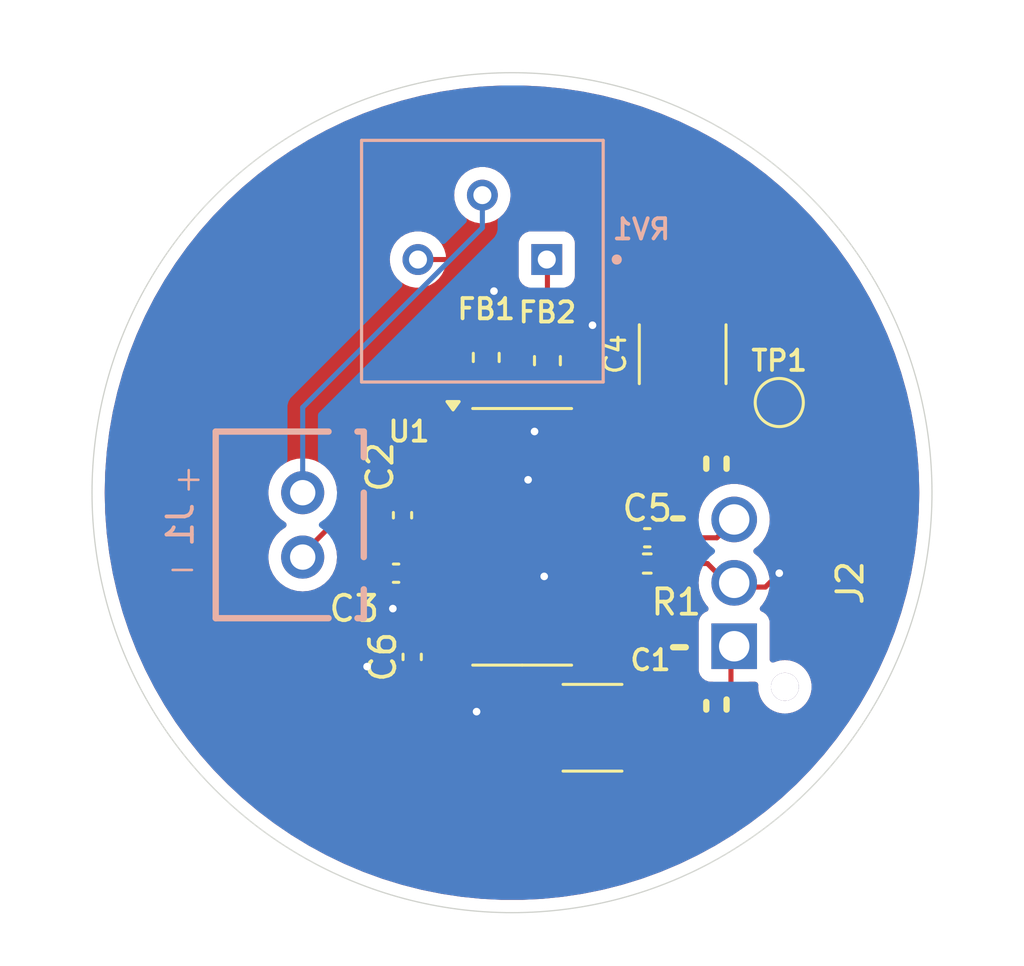
<source format=kicad_pcb>
(kicad_pcb (version 20240108) (generator "pcbnew") (generator_version "8.0")
  (layers (0 "F.Cu" signal) (31 "B.Cu" signal) (34 "B.Paste" user) (35 "F.Paste" user) (36 "B.SilkS" user "B.Silkscreen") (37 "F.SilkS" user "F.Silkscreen") (38 "B.Mask" user) (39 "F.Mask" user) (44 "Edge.Cuts" user))
  (net 0 "")
  (net 1 "GND")
  (net 2 "+5V")
  (net 3 "/inR")
  (net 4 "Net-(U1-INR)")
  (net 5 "Net-(U1-VREF)")
  (net 6 "Net-(J1-Pin_1)")
  (net 7 "Net-(U1--OUT_R)")
  (net 8 "Net-(U1-+OUT_R)")
  (net 9 "Net-(FB2-Pad1)")
  (net 10 "Net-(J1-Pin_2)")
  (footprint "TestPoint:TestPoint_Pad_D1.5mm" (layer "F.Cu") (at 127.762 96.774)
    (property "Reference" "TP1" (at 0 -1.648 0) (layer "F.SilkS") (effects (font (size 0.8 0.8))))
    (property "Value" "TestPoint")
    (fp_circle (center 0 0) (end 0 0.95) (stroke (width 0.12)) (fill none) (layer "F.SilkS"))
    (pad "1" smd circle (at 0 0) (size 1.5 1.5) (layers "F.Cu" "F.Mask") (net 2 "+5V"))
  )
  (footprint "Capacitor_SMD:C_0402_1005Metric" (layer "F.Cu") (at 122.555 102.108)
    (property "Reference" "C5" (at 0 -1.16 0) (layer "F.SilkS"))
    (property "Value" "0.1uF")
    (fp_line (start -0.107836 -0.36) (end 0.107836 -0.36) (stroke (width 0.12)) (layer "F.SilkS"))
    (fp_line (start -0.107836 0.36) (end 0.107836 0.36) (stroke (width 0.12)) (layer "F.SilkS"))
    (pad "1" smd roundrect (at -0.48 0) (size 0.56 0.62) (layers "F.Cu" "F.Paste" "F.Mask") (net 4 "Net-(U1-INR)"))
    (pad "2" smd roundrect (at 0.48 0) (size 0.56 0.62) (layers "F.Cu" "F.Paste" "F.Mask") (net 3 "/inR"))
  )
  (footprint "Resistor_SMD:R_0402_1005Metric" (layer "F.Cu") (at 122.555 103.124 180)
    (property "Reference" "R1" (at -1.143 -1.524 180) (layer "F.SilkS"))
    (property "Value" "10k")
    (fp_line (start -0.153641 0.38) (end 0.153641 0.38) (stroke (width 0.12)) (layer "F.SilkS"))
    (fp_line (start -0.153641 -0.38) (end 0.153641 -0.38) (stroke (width 0.12)) (layer "F.SilkS"))
    (pad "1" smd roundrect (at -0.51 0 180) (size 0.54 0.64) (layers "F.Cu" "F.Paste" "F.Mask") (net 1 "GND"))
    (pad "2" smd roundrect (at 0.51 0 180) (size 0.54 0.64) (layers "F.Cu" "F.Paste" "F.Mask") (net 4 "Net-(U1-INR)"))
  )
  (footprint "Capacitor_SMD:C_0402_1005Metric" (layer "F.Cu") (at 112.903 101.219 -90)
    (property "Reference" "C2" (at -1.905 0.889 -90) (layer "F.SilkS"))
    (property "Value" "1uF")
    (fp_line (start -0.107836 0.36) (end 0.107836 0.36) (stroke (width 0.12)) (layer "F.SilkS"))
    (fp_line (start -0.107836 -0.36) (end 0.107836 -0.36) (stroke (width 0.12)) (layer "F.SilkS"))
    (pad "1" smd roundrect (at -0.48 0 270) (size 0.56 0.62) (layers "F.Cu" "F.Paste" "F.Mask") (net 1 "GND"))
    (pad "2" smd roundrect (at 0.48 0 270) (size 0.56 0.62) (layers "F.Cu" "F.Paste" "F.Mask") (net 2 "+5V"))
  )
  (footprint "Capacitor_SMD:C_1812_4532Metric" (layer "F.Cu") (at 120.396 109.601 180)
    (property "Reference" "C1" (at -2.286 2.667 0) (layer "F.SilkS") (effects (font (size 0.8 0.8))))
    (property "Value" "20uF")
    (fp_line (start -1.161252 1.71) (end 1.161252 1.71) (stroke (width 0.12)) (layer "F.SilkS"))
    (fp_line (start -1.161252 -1.71) (end 1.161252 -1.71) (stroke (width 0.12)) (layer "F.SilkS"))
    (pad "1" smd roundrect (at -2.05 0 180) (size 1.4 3.4) (layers "F.Cu" "F.Paste" "F.Mask") (roundrect_rratio 0.178571) (net 2 "+5V"))
    (pad "2" smd roundrect (at 2.05 0 180) (size 1.4 3.4) (layers "F.Cu" "F.Paste" "F.Mask") (roundrect_rratio 0.178571) (net 1 "GND"))
  )
  (footprint "Inductor_SMD:L_0603_1608Metric" (layer "F.Cu") (at 116.205 94.996 90)
    (property "Reference" "FB1" (at 1.905 0 180) (layer "F.SilkS") (effects (font (size 0.8 0.8))))
    (property "Value" "FerriteBead")
    (fp_line (start -0.162779 -0.51) (end 0.162779 -0.51) (stroke (width 0.12)) (layer "F.SilkS"))
    (fp_line (start -0.162779 0.51) (end 0.162779 0.51) (stroke (width 0.12)) (layer "F.SilkS"))
    (pad "1" smd roundrect (at -0.7875 0 90) (size 0.875 0.95) (layers "F.Cu" "F.Paste" "F.Mask") (net 7 "Net-(U1--OUT_R)"))
    (pad "2" smd roundrect (at 0.7875 0 90) (size 0.875 0.95) (layers "F.Cu" "F.Paste" "F.Mask") (net 6 "Net-(J1-Pin_1)"))
  )
  (footprint "Capacitor_SMD:C_0402_1005Metric" (layer "F.Cu") (at 112.649 103.505)
    (property "Reference" "C3" (at -1.651 1.397 0) (layer "F.SilkS"))
    (property "Value" "1uF")
    (fp_line (start -0.107836 -0.36) (end 0.107836 -0.36) (stroke (width 0.12)) (layer "F.SilkS"))
    (fp_line (start -0.107836 0.36) (end 0.107836 0.36) (stroke (width 0.12)) (layer "F.SilkS"))
    (pad "1" smd roundrect (at -0.48 0) (size 0.56 0.62) (layers "F.Cu" "F.Paste" "F.Mask") (net 1 "GND"))
    (pad "2" smd roundrect (at 0.48 0) (size 0.56 0.62) (layers "F.Cu" "F.Paste" "F.Mask") (net 2 "+5V"))
  )
  (footprint "Capacitor_SMD:C_1812_4532Metric" (layer "F.Cu") (at 123.952 94.869 90)
    (property "Reference" "C4" (at 0 -2.65 90) (layer "F.SilkS") (effects (font (size 0.8 0.8) (thickness 0.125))))
    (property "Value" "20uF")
    (fp_line (start -1.161252 -1.71) (end 1.161252 -1.71) (stroke (width 0.12)) (layer "F.SilkS"))
    (fp_line (start -1.161252 1.71) (end 1.161252 1.71) (stroke (width 0.12)) (layer "F.SilkS"))
    (pad "1" smd roundrect (at -2.05 0 90) (size 1.4 3.4) (layers "F.Cu" "F.Paste" "F.Mask") (roundrect_rratio 0.178571) (net 2 "+5V"))
    (pad "2" smd roundrect (at 2.05 0 90) (size 1.4 3.4) (layers "F.Cu" "F.Paste" "F.Mask") (roundrect_rratio 0.178571) (net 1 "GND"))
  )
  (footprint "Inductor_SMD:L_0603_1608Metric" (layer "F.Cu") (at 118.618 95.123 -90)
    (property "Reference" "FB2" (at -1.905 0 180) (layer "F.SilkS") (effects (font (size 0.8 0.8))))
    (property "Value" "FerriteBead")
    (fp_line (start -0.162779 0.51) (end 0.162779 0.51) (stroke (width 0.12)) (layer "F.SilkS"))
    (fp_line (start -0.162779 -0.51) (end 0.162779 -0.51) (stroke (width 0.12)) (layer "F.SilkS"))
    (pad "1" smd roundrect (at -0.7875 0 270) (size 0.875 0.95) (layers "F.Cu" "F.Paste" "F.Mask") (net 9 "Net-(FB2-Pad1)"))
    (pad "2" smd roundrect (at 0.7875 0 270) (size 0.875 0.95) (layers "F.Cu" "F.Paste" "F.Mask") (net 8 "Net-(U1-+OUT_R)"))
  )
  (footprint "Capacitor_SMD:C_0402_1005Metric" (layer "F.Cu") (at 113.284 106.807 90)
    (property "Reference" "C6" (at 0 -1.16 90) (layer "F.SilkS"))
    (property "Value" "1uF")
    (fp_line (start -0.107836 -0.36) (end 0.107836 -0.36) (stroke (width 0.12)) (layer "F.SilkS"))
    (fp_line (start -0.107836 0.36) (end 0.107836 0.36) (stroke (width 0.12)) (layer "F.SilkS"))
    (pad "1" smd roundrect (at -0.48 0 90) (size 0.56 0.62) (layers "F.Cu" "F.Paste" "F.Mask") (net 1 "GND"))
    (pad "2" smd roundrect (at 0.48 0 90) (size 0.56 0.62) (layers "F.Cu" "F.Paste" "F.Mask") (net 5 "Net-(U1-VREF)"))
  )
  (footprint "easyeda2kicad:CONN-TH_3P-P2.50_B3B-XH-AM-LF-SN" (layer "F.Cu") (at 125.984 103.886 90)
    (property "Reference" "J2" (at 0 4.572 90) (layer "F.SilkS"))
    (property "Value" "Conn_01x03_Socket")
    (fp_line (start 2.54 -2.03) (end 2.54 -2.41) (stroke (width 0.25)) (layer "F.SilkS"))
    (fp_line (start -2.54 -1.91) (end -2.54 -2.41) (stroke (width 0.25)) (layer "F.SilkS"))
    (fp_line (start 4.5 -1.1) (end 4.9 -1.1) (stroke (width 0.25)) (layer "F.SilkS"))
    (fp_line (start -5 -1.1) (end -4.7 -1.1) (stroke (width 0.25)) (layer "F.SilkS"))
    (fp_line (start 4.5 -0.3) (end 4.9 -0.3) (stroke (width 0.25)) (layer "F.SilkS"))
    (fp_line (start -5 -0.3) (end -4.6 -0.3) (stroke (width 0.25)) (layer "F.SilkS"))
    (pad "" thru_hole circle (at -4.1 2 90) (size 1.1 1.1) (drill 1.1) (layers "*.Cu" "*.Mask"))
    (pad "1" thru_hole rect (at -2.5 0 270) (size 1.8 1.8) (drill 1.199998) (layers "*.Cu" "*.Mask") (net 2 "+5V"))
    (pad "2" thru_hole circle (at 0 0 270) (size 1.8 1.8) (drill 1.199998) (layers "*.Cu" "*.Mask") (net 1 "GND"))
    (pad "3" thru_hole circle (at 2.5 0 270) (size 1.8 1.8) (drill 1.199998) (layers "*.Cu" "*.Mask") (net 3 "/inR"))
  )
  (footprint "Package_SO:SOP-16_3.9x9.9mm_P1.27mm" (layer "F.Cu") (at 117.6215 102.071)
    (property "Reference" "U1" (at -4.4645 -4.154 0) (layer "F.SilkS") (effects (font (size 0.8 0.8))))
    (property "Value" "PAM8406D")
    (fp_line (start 0 -5.06) (end -1.95 -5.06) (stroke (width 0.12)) (layer "F.SilkS"))
    (fp_line (start 0 -5.06) (end 1.95 -5.06) (stroke (width 0.12)) (layer "F.SilkS"))
    (fp_line (start 0 5.06) (end -1.95 5.06) (stroke (width 0.12)) (layer "F.SilkS"))
    (fp_line (start 0 5.06) (end 1.95 5.06) (stroke (width 0.12)) (layer "F.SilkS"))
    (fp_poly (pts (xy -2.725 -5.005) (xy -2.965 -5.335) (xy -2.485 -5.335) (xy -2.725 -5.005)) (stroke (width 0.12)) (fill solid) (layer "F.SilkS"))
    (pad "1" smd roundrect (at -2.5 -4.445) (size 2 0.6) (layers "F.Cu" "F.Paste" "F.Mask"))
    (pad "2" smd roundrect (at -2.5 -3.175) (size 2 0.6) (layers "F.Cu" "F.Paste" "F.Mask") (net 1 "GND"))
    (pad "3" smd roundrect (at -2.5 -1.905) (size 2 0.6) (layers "F.Cu" "F.Paste" "F.Mask"))
    (pad "4" smd roundrect (at -2.5 -0.635) (size 2 0.6) (layers "F.Cu" "F.Paste" "F.Mask") (net 2 "+5V"))
    (pad "5" smd roundrect (at -2.5 0.635) (size 2 0.6) (layers "F.Cu" "F.Paste" "F.Mask"))
    (pad "6" smd roundrect (at -2.5 1.905) (size 2 0.6) (layers "F.Cu" "F.Paste" "F.Mask") (net 2 "+5V"))
    (pad "7" smd roundrect (at -2.5 3.175) (size 2 0.6) (layers "F.Cu" "F.Paste" "F.Mask"))
    (pad "8" smd roundrect (at -2.5 4.445) (size 2 0.6) (layers "F.Cu" "F.Paste" "F.Mask") (net 5 "Net-(U1-VREF)"))
    (pad "9" smd roundrect (at 2.5 4.445) (size 2 0.6) (layers "F.Cu" "F.Paste" "F.Mask") (net 2 "+5V"))
    (pad "10" smd roundrect (at 2.5 3.175) (size 2 0.6) (layers "F.Cu" "F.Paste" "F.Mask") (net 4 "Net-(U1-INR)"))
    (pad "11" smd roundrect (at 2.5 1.905) (size 2 0.6) (layers "F.Cu" "F.Paste" "F.Mask") (net 1 "GND"))
    (pad "12" smd roundrect (at 2.5 0.635) (size 2 0.6) (layers "F.Cu" "F.Paste" "F.Mask"))
    (pad "13" smd roundrect (at 2.5 -0.635) (size 2 0.6) (layers "F.Cu" "F.Paste" "F.Mask") (net 2 "+5V"))
    (pad "14" smd roundrect (at 2.5 -1.905) (size 2 0.6) (layers "F.Cu" "F.Paste" "F.Mask") (net 7 "Net-(U1--OUT_R)"))
    (pad "15" smd roundrect (at 2.5 -3.175) (size 2 0.6) (layers "F.Cu" "F.Paste" "F.Mask") (net 1 "GND"))
    (pad "16" smd roundrect (at 2.5 -4.445) (size 2 0.6) (layers "F.Cu" "F.Paste" "F.Mask") (net 8 "Net-(U1-+OUT_R)"))
  )
  (footprint "easyeda2kicad:CONN-TH_B2B-XH-A-LF-SN" (layer "B.Cu") (at 108.966 101.6 -90)
    (property "Reference" "J1" (at 0 4.826 90) (layer "B.SilkS") (effects (justify mirror)))
    (property "Value" "Conn_01x02_Socket")
    (fp_line (start -3.68 3.43) (end -3.68 -1.02) (stroke (width 0.25)) (layer "B.SilkS"))
    (fp_line (start 3.68 3.43) (end -3.68 3.43) (stroke (width 0.25)) (layer "B.SilkS"))
    (fp_line (start 3.68 -1.02) (end 3.68 3.43) (stroke (width 0.25)) (layer "B.SilkS"))
    (fp_line (start -3.68 -2.16) (end -3.68 -2.41) (stroke (width 0.25)) (layer "B.SilkS"))
    (fp_line (start 3.68 -2.16) (end 3.68 -2.41) (stroke (width 0.25)) (layer "B.SilkS"))
    (fp_line (start -2.67 -2.41) (end -3.68 -2.41) (stroke (width 0.25)) (layer "B.SilkS"))
    (fp_line (start 1.27 -2.41) (end -1.27 -2.41) (stroke (width 0.25)) (layer "B.SilkS"))
    (fp_line (start 2.54 -2.41) (end 3.68 -2.41) (stroke (width 0.25)) (layer "B.SilkS"))
    (pad "1" thru_hole circle (at 1.27 0 90) (size 1.7 1.7) (drill 0.999998) (layers "*.Cu" "*.Mask") (net 6 "Net-(J1-Pin_1)"))
    (pad "2" thru_hole circle (at -1.27 0 90) (size 1.7 1.7) (drill 0.999998) (layers "*.Cu" "*.Mask") (net 10 "Net-(J1-Pin_2)"))
  )
  (footprint "3310P_025_103L:POT_3310P-025-103L" (layer "B.Cu") (at 116.0526 91.1352 180)
    (property "Reference" "RV1" (at -6.2738 1.1938 0) (layer "B.SilkS") (effects (font (size 0.8 0.8)) (justify mirror)))
    (property "Value" "10k")
    (fp_line (start 4.765 4.7) (end -4.765 4.7) (stroke (width 0.127)) (layer "B.SilkS"))
    (fp_line (start 4.765 -4.83) (end 4.765 4.7) (stroke (width 0.127)) (layer "B.SilkS"))
    (fp_line (start -4.765 4.7) (end -4.765 -4.83) (stroke (width 0.127)) (layer "B.SilkS"))
    (fp_line (start -4.765 -4.83) (end 4.765 -4.83) (stroke (width 0.127)) (layer "B.SilkS"))
    (fp_circle (center -5.3 0) (end -5.2 0) (stroke (width 0.2)) (fill none) (layer "B.SilkS"))
    (pad "1" thru_hole rect (at -2.54 0 180) (size 1.218 1.218) (drill 0.71) (layers "*.Cu" "*.Mask") (net 9 "Net-(FB2-Pad1)"))
    (pad "2" thru_hole circle (at 0 2.54 180) (size 1.218 1.218) (drill 0.71) (layers "*.Cu" "*.Mask") (net 10 "Net-(J1-Pin_2)"))
    (pad "3" thru_hole circle (at 2.54 0 180) (size 1.218 1.218) (drill 0.71) (layers "*.Cu" "*.Mask") (net 1 "GND"))
  )
  (gr_circle (center 117.221 100.33) (end 116.8908 83.7692) (stroke (width 0.05)) (fill none) (layer "Edge.Cuts"))
  (gr_text "-" (at 104.902 103.886 0) (layer "B.SilkS") (effects (font (size 1 1) (thickness 0.1)) (justify left bottom mirror)))
  (gr_text "+\n" (at 105.156 100.33 0) (layer "B.SilkS") (effects (font (size 1 1) (thickness 0.1)) (justify left bottom mirror)))
  (segment (start 113.5126 91.1352) (end 115.2652 91.1352) (width 0.2) (layer "F.Cu") (net 1))
  (segment (start 115.1215 98.896) (end 113.956 98.896) (width 0.2) (layer "F.Cu") (net 1))
  (segment (start 124.928 103.124) (end 123.065 103.124) (width 0.2) (layer "F.Cu") (net 1))
  (segment (start 112.169 104.549) (end 112.522 104.902) (width 0.2) (layer "F.Cu") (net 1))
  (segment (start 125.857 104.053) (end 127.214 104.053) (width 0.2) (layer "F.Cu") (net 1))
  (segment (start 115.1215 98.896) (end 116.93 98.896) (width 0.2) (layer "F.Cu") (net 1))
  (segment (start 124.928 103.124) (end 125.857 104.053) (width 0.2) (layer "F.Cu") (net 1))
  (segment (start 118.346 109.601) (end 116.459 109.601) (width 0.2) (layer "F.Cu") (net 1))
  (segment (start 112.903 99.949) (end 113.411 99.441) (width 0.2) (layer "F.Cu") (net 1))
  (segment (start 116.459 109.601) (end 115.824 108.966) (width 0.2) (layer "F.Cu") (net 1))
  (segment (start 127.214 104.053) (end 127.762 103.505) (width 0.2) (layer "F.Cu") (net 1))
  (segment (start 112.169 103.505) (end 112.169 104.549) (width 0.2) (layer "F.Cu") (net 1))
  (segment (start 113.284 107.287) (end 111.605 107.287) (width 0.2) (layer "F.Cu") (net 1))
  (segment (start 118.835 103.976) (end 118.491 103.632) (width 0.2) (layer "F.Cu") (net 1))
  (segment (start 120.1215 103.976) (end 118.835 103.976) (width 0.2) (layer "F.Cu") (net 1))
  (segment (start 123.952 92.819) (end 121.303 92.819) (width 0.2) (layer "F.Cu") (net 1))
  (segment (start 121.303 92.819) (end 120.396 93.726) (width 0.2) (layer "F.Cu") (net 1))
  (segment (start 113.284 107.127) (end 113.284 107.315) (width 0.2) (layer "F.Cu") (net 1))
  (segment (start 116.93 98.896) (end 117.856 99.822) (width 0.2) (layer "F.Cu") (net 1))
  (segment (start 115.2652 91.1352) (end 116.5098 92.3798) (width 0.2) (layer "F.Cu") (net 1))
  (segment (start 111.605 107.287) (end 111.506 107.188) (width 0.2) (layer "F.Cu") (net 1))
  (segment (start 119.089 98.896) (end 118.11 97.917) (width 0.2) (layer "F.Cu") (net 1))
  (segment (start 120.1215 98.896) (end 119.089 98.896) (width 0.2) (layer "F.Cu") (net 1))
  (segment (start 113.956 98.896) (end 113.411 99.441) (width 0.2) (layer "F.Cu") (net 1))
  (segment (start 112.903 100.739) (end 112.903 99.949) (width 0.2) (layer "F.Cu") (net 1))
  (via (at 116.5098 92.3798) (size 0.6) (drill 0.3) (layers "F.Cu" "B.Cu") (net 1))
  (via (at 111.506 107.188) (size 0.6) (drill 0.3) (layers "F.Cu" "B.Cu") (net 1))
  (via (at 118.11 97.917) (size 0.6) (drill 0.3) (layers "F.Cu" "B.Cu") (net 1))
  (via (at 118.491 103.632) (size 0.6) (drill 0.3) (layers "F.Cu" "B.Cu") (net 1))
  (via (at 117.856 99.822) (size 0.6) (drill 0.3) (layers "F.Cu" "B.Cu") (net 1))
  (via (at 112.522 104.902) (size 0.6) (drill 0.3) (layers "F.Cu" "B.Cu") (net 1))
  (via (at 127.762 103.505) (size 0.6) (drill 0.3) (layers "F.Cu" "B.Cu") (net 1))
  (via (at 120.396 93.726) (size 0.6) (drill 0.3) (layers "F.Cu" "B.Cu") (net 1))
  (via (at 115.824 108.966) (size 0.6) (drill 0.3) (layers "F.Cu" "B.Cu") (net 1))
  (segment (start 123.952 98.605499) (end 121.121499 101.436) (width 0.2) (layer "F.Cu") (net 2))
  (segment (start 121.121499 101.436) (end 120.1215 101.436) (width 0.2) (layer "F.Cu") (net 2))
  (segment (start 113.129 103.505) (end 114.6505 103.505) (width 0.2) (layer "F.Cu") (net 2))
  (segment (start 122.446 109.601) (end 124.587 109.601) (width 0.2) (layer "F.Cu") (net 2))
  (segment (start 113.166 101.436) (end 112.903 101.699) (width 0.2) (layer "F.Cu") (net 2))
  (segment (start 115.492052 103.976) (end 115.1215 103.976) (width 0.2) (layer "F.Cu") (net 2))
  (segment (start 115.1215 101.436) (end 113.166 101.436) (width 0.2) (layer "F.Cu") (net 2))
  (segment (start 124.587 109.601) (end 125.857 108.331) (width 0.2) (layer "F.Cu") (net 2))
  (segment (start 124.097 96.774) (end 123.952 96.919) (width 0.2) (layer "F.Cu") (net 2))
  (segment (start 121.158 109.601) (end 122.446 109.601) (width 0.2) (layer "F.Cu") (net 2))
  (segment (start 120.777 107.1715) (end 120.777 109.22) (width 0.2) (layer "F.Cu") (net 2))
  (segment (start 115.1215 101.436) (end 120.1215 101.436) (width 0.2) (layer "F.Cu") (net 2))
  (segment (start 120.1215 106.516) (end 118.032052 106.516) (width 0.2) (layer "F.Cu") (net 2))
  (segment (start 127.762 96.774) (end 124.097 96.774) (width 0.2) (layer "F.Cu") (net 2))
  (segment (start 120.777 109.22) (end 121.158 109.601) (width 0.2) (layer "F.Cu") (net 2))
  (segment (start 118.032052 106.516) (end 115.492052 103.976) (width 0.2) (layer "F.Cu") (net 2))
  (segment (start 120.1215 106.516) (end 120.777 107.1715) (width 0.2) (layer "F.Cu") (net 2))
  (segment (start 123.952 96.919) (end 123.952 98.605499) (width 0.2) (layer "F.Cu") (net 2))
  (segment (start 112.903 101.699) (end 112.903 103.279) (width 0.2) (layer "F.Cu") (net 2))
  (segment (start 125.857 108.331) (end 125.857 106.553) (width 0.2) (layer "F.Cu") (net 2))
  (segment (start 112.903 103.279) (end 113.129 103.505) (width 0.2) (layer "F.Cu") (net 2))
  (segment (start 114.6505 103.505) (end 115.1215 103.976) (width 0.2) (layer "F.Cu") (net 2))
  (segment (start 123.035 102.108) (end 125.302 102.108) (width 0.2) (layer "F.Cu") (net 3))
  (segment (start 125.302 102.108) (end 125.857 101.553) (width 0.2) (layer "F.Cu") (net 3))
  (segment (start 122.075 102.108) (end 122.075 103.094) (width 0.2) (layer "F.Cu") (net 4))
  (segment (start 121.121499 105.246) (end 122.045 104.322499) (width 0.2) (layer "F.Cu") (net 4))
  (segment (start 122.045 104.322499) (end 122.045 103.124) (width 0.2) (layer "F.Cu") (net 4))
  (segment (start 120.1215 105.246) (end 121.121499 105.246) (width 0.2) (layer "F.Cu") (net 4))
  (segment (start 122.075 103.094) (end 122.045 103.124) (width 0.2) (layer "F.Cu") (net 4))
  (segment (start 114.9325 106.327) (end 115.1215 106.516) (width 0.2) (layer "F.Cu") (net 5))
  (segment (start 113.284 106.327) (end 114.9325 106.327) (width 0.2) (layer "F.Cu") (net 5))
  (segment (start 108.966 102.743) (end 112.903 98.806) (width 0.2) (layer "F.Cu") (net 6))
  (segment (start 112.903 98.806) (end 112.903 95.504) (width 0.2) (layer "F.Cu") (net 6))
  (segment (start 114.1985 94.2085) (end 116.205 94.2085) (width 0.2) (layer "F.Cu") (net 6))
  (segment (start 112.903 95.504) (end 114.1985 94.2085) (width 0.2) (layer "F.Cu") (net 6))
  (segment (start 120.1215 100.166) (end 119.343 100.166) (width 0.2) (layer "F.Cu") (net 7))
  (segment (start 119.343 100.166) (end 116.205 97.028) (width 0.2) (layer "F.Cu") (net 7))
  (segment (start 116.205 97.028) (end 116.205 95.7835) (width 0.2) (layer "F.Cu") (net 7))
  (segment (start 118.618 96.1225) (end 120.1215 97.626) (width 0.2) (layer "F.Cu") (net 8))
  (segment (start 118.618 95.9105) (end 118.618 96.1225) (width 0.2) (layer "F.Cu") (net 8))
  (segment (start 118.618 91.1606) (end 118.5926 91.1352) (width 0.2) (layer "F.Cu") (net 9))
  (segment (start 118.618 94.3355) (end 118.618 91.1606) (width 0.2) (layer "F.Cu") (net 9))
  (segment (start 116.0526 88.5952) (end 116.0526 89.880721) (width 0.2) (layer "B.Cu") (net 10))
  (segment (start 116.0526 89.880721) (end 108.966 96.967321) (width 0.2) (layer "B.Cu") (net 10))
  (segment (start 108.966 96.967321) (end 108.966 100.243) (width 0.2) (layer "B.Cu") (net 10))
  (zone (net 1) (net_name "GND") (layers "F&B.Cu") (connect_pads no (clearance 0.5)) (min_thickness 0.25) (fill yes (thermal_gap 0.5) (thermal_bridge_width 0.5))
    (polygon (pts (xy 137.414 98.552) (xy 137.287 118.999) (xy 97.282 118.999) (xy 97.028 80.899) (xy 137.16 83.312) (xy 137.379556 99.949)))
  )
)
</source>
